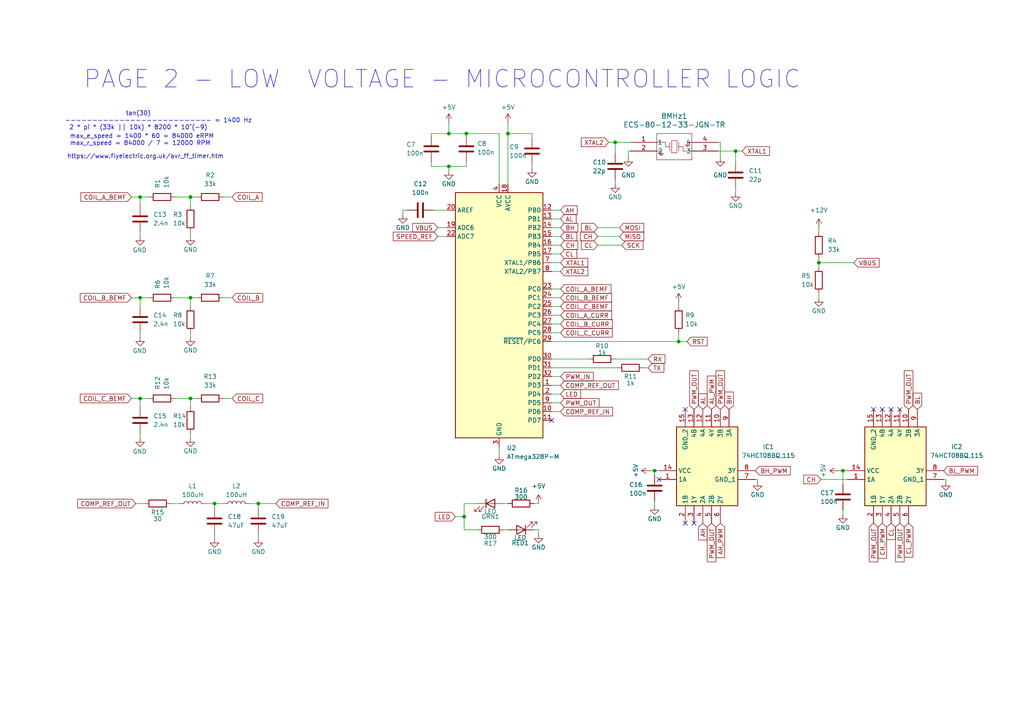
<source format=kicad_sch>
(kicad_sch (version 20231120) (generator "eeschema") (generator_version "8.0")
  (paper "A4")
  (lib_symbols
    (symbol "74HCT08BQ_115:74HCT08BQ,115"
      (property "Reference" "IC" (at 24.13 17.78 0))
      (property "Value" "74HCT08BQ,115" (at 24.13 15.24 0))
      (symbol "74HCT08BQ,115_1_1"
        (rectangle (start 5.08 12.7) (end 22.86 -10.16) (stroke (width 0.254)) (fill (type background)))
        (pin passive line (at 0 -2.54 0) (length 5.08) (name "1A") (number "1"))
        (pin passive line (at 17.78 17.78 270) (length 5.08) (name "3B") (number "10"))
        (pin passive line (at 15.24 17.78 270) (length 5.08) (name "4Y") (number "11"))
        (pin passive line (at 12.7 17.78 270) (length 5.08) (name "4A") (number "12"))
        (pin passive line (at 10.16 17.78 270) (length 5.08) (name "4B") (number "13"))
        (pin passive line (at 0 0 0) (length 5.08) (name "VCC") (number "14"))
        (pin passive line (at 7.62 17.78 270) (length 5.08) (name "GND_2") (number "15"))
        (pin passive line (at 7.62 -15.24 90) (length 5.08) (name "1B") (number "2"))
        (pin passive line (at 10.16 -15.24 90) (length 5.08) (name "1Y") (number "3"))
        (pin passive line (at 12.7 -15.24 90) (length 5.08) (name "2A") (number "4"))
        (pin passive line (at 15.24 -15.24 90) (length 5.08) (name "2B") (number "5"))
        (pin passive line (at 17.78 -15.24 90) (length 5.08) (name "2Y") (number "6"))
        (pin passive line (at 27.94 -2.54 180) (length 5.08) (name "GND_1") (number "7"))
        (pin passive line (at 27.94 0 180) (length 5.08) (name "3Y") (number "8"))
        (pin passive line (at 20.32 17.78 270) (length 5.08) (name "3A") (number "9"))
      )
    )
    (symbol "Device:C" (pin_numbers hide) (pin_names (offset 0.254))
      (property "Reference" "C" (at 0.635 2.54 0))
      (property "Value" "C" (at 0.635 -2.54 0))
      (symbol "C_0_1"
        (polyline (pts (xy -2.032 -0.762) (xy 2.032 -0.762)) (stroke (width 0.508)))
        (polyline (pts (xy -2.032 0.762) (xy 2.032 0.762)) (stroke (width 0.508)))
      )
      (symbol "C_1_1"
        (pin passive line (at 0 3.81 270) (length 2.794) (name "~") (number "1"))
        (pin passive line (at 0 -3.81 90) (length 2.794) (name "~") (number "2"))
      )
    )
    (symbol "Device:L" (pin_numbers hide) (pin_names (offset 1.016) hide)
      (property "Reference" "L" (at -1.27 0 90))
      (property "Value" "L" (at 1.905 0 90))
      (symbol "L_0_1"
        (arc (start 0 -2.54) (mid 0.6323 -1.905) (end 0 -1.27))
        (arc (start 0 -1.27) (mid 0.6323 -0.635) (end 0 0))
        (arc (start 0 0) (mid 0.6323 0.635) (end 0 1.27))
        (arc (start 0 1.27) (mid 0.6323 1.905) (end 0 2.54))
      )
      (symbol "L_1_1"
        (pin passive line (at 0 3.81 270) (length 1.27) (name "1") (number "1"))
        (pin passive line (at 0 -3.81 90) (length 1.27) (name "2") (number "2"))
      )
    )
    (symbol "Device:LED" (pin_numbers hide) (pin_names (offset 1.016) hide)
      (property "Reference" "D" (at 0 2.54 0))
      (property "Value" "LED" (at 0 -2.54 0))
      (symbol "LED_0_1"
        (polyline (pts (xy -1.27 -1.27) (xy -1.27 1.27)) (stroke (width 0.254)))
        (polyline (pts (xy -1.27 0) (xy 1.27 0)))
        (polyline (pts (xy 1.27 -1.27) (xy 1.27 1.27) (xy -1.27 0) (xy 1.27 -1.27)) (stroke (width 0.254)))
        (polyline (pts (xy -3.048 -0.762) (xy -4.572 -2.286) (xy -3.81 -2.286) (xy -4.572 -2.286) (xy -4.572 -1.524)))
        (polyline (pts (xy -1.778 -0.762) (xy -3.302 -2.286) (xy -2.54 -2.286) (xy -3.302 -2.286) (xy -3.302 -1.524)))
      )
      (symbol "LED_1_1"
        (pin passive line (at -3.81 0 0) (length 2.54) (name "K") (number "1"))
        (pin passive line (at 3.81 0 180) (length 2.54) (name "A") (number "2"))
      )
    )
    (symbol "Device:R" (pin_numbers hide) (pin_names (offset 0))
      (property "Reference" "R" (at 2.032 0 90))
      (property "Value" "R" (at 0 0 90))
      (symbol "R_0_1"
        (rectangle (start -1.016 -2.54) (end 1.016 2.54) (stroke (width 0.254)))
      )
      (symbol "R_1_1"
        (pin passive line (at 0 3.81 270) (length 1.27) (name "~") (number "1"))
        (pin passive line (at 0 -3.81 90) (length 1.27) (name "~") (number "2"))
      )
    )
    (symbol "ECS-80-12-30BQ-JES-TR:ECS-80-12-30BQ-JES-TR" (pin_names (offset 0.254))
      (property "Reference" "XTAL" (at 12.7 7.62 0))
      (property "Value" "ECS-80-12-30BQ-JES-TR" (at 12.7 5.08 0))
      (symbol "ECS-80-12-30BQ-JES-TR_0_1"
        (polyline (pts (xy 7.62 -5.08) (xy 17.78 -5.08)) (stroke (width 0.127)))
        (polyline (pts (xy 7.62 -2.54) (xy 8.89 -2.54)) (stroke (width 0.127)))
        (polyline (pts (xy 7.62 2.54) (xy 7.62 -5.08)) (stroke (width 0.127)))
        (polyline (pts (xy 8.128 -3.302) (xy 9.652 -3.302)) (stroke (width 0.127)))
        (polyline (pts (xy 8.382 -3.556) (xy 9.398 -3.556)) (stroke (width 0.127)))
        (polyline (pts (xy 8.636 -3.81) (xy 9.144 -3.81)) (stroke (width 0.127)))
        (polyline (pts (xy 8.89 -2.54) (xy 8.89 -3.302)) (stroke (width 0.127)))
        (polyline (pts (xy 10.16 -1.27) (xy 10.16 0)) (stroke (width 0.127)))
        (polyline (pts (xy 10.16 0) (xy 7.62 0)) (stroke (width 0.127)))
        (polyline (pts (xy 11.43 -1.27) (xy 10.16 -1.27)) (stroke (width 0.127)))
        (polyline (pts (xy 11.43 0) (xy 11.43 -2.54)) (stroke (width 0.127)))
        (polyline (pts (xy 11.938 -3.048) (xy 13.462 -3.048)) (stroke (width 0.127)))
        (polyline (pts (xy 11.938 0.508) (xy 11.938 -3.048)) (stroke (width 0.127)))
        (polyline (pts (xy 13.462 -3.048) (xy 13.462 0.508)) (stroke (width 0.127)))
        (polyline (pts (xy 13.462 0.508) (xy 11.938 0.508)) (stroke (width 0.127)))
        (polyline (pts (xy 13.97 -1.27) (xy 15.24 -1.27)) (stroke (width 0.127)))
        (polyline (pts (xy 13.97 0) (xy 13.97 -2.54)) (stroke (width 0.127)))
        (polyline (pts (xy 15.24 -2.54) (xy 17.78 -2.54)) (stroke (width 0.127)))
        (polyline (pts (xy 15.24 -1.27) (xy 15.24 -2.54)) (stroke (width 0.127)))
        (polyline (pts (xy 16.51 0) (xy 16.51 -0.762)) (stroke (width 0.127)))
        (polyline (pts (xy 16.764 -1.27) (xy 16.256 -1.27)) (stroke (width 0.127)))
        (polyline (pts (xy 17.018 -1.016) (xy 16.002 -1.016)) (stroke (width 0.127)))
        (polyline (pts (xy 17.272 -0.762) (xy 15.748 -0.762)) (stroke (width 0.127)))
        (polyline (pts (xy 17.78 -5.08) (xy 17.78 2.54)) (stroke (width 0.127)))
        (polyline (pts (xy 17.78 0) (xy 16.51 0)) (stroke (width 0.127)))
        (polyline (pts (xy 17.78 2.54) (xy 7.62 2.54)) (stroke (width 0.127)))
        (pin output line (at 0 0 0) (length 7.62) (name "1") (number "1"))
        (pin power_out line (at 0 -2.54 0) (length 7.62) (name "2") (number "2"))
        (pin output line (at 25.4 -2.54 180) (length 7.62) (name "3") (number "3"))
        (pin power_out line (at 25.4 0 180) (length 7.62) (name "4") (number "4"))
      )
    )
    (symbol "MCU_Microchip_ATmega:ATmega328P-M"
      (property "Reference" "U" (at -12.7 36.83 0))
      (property "Value" "ATmega328P-M" (at 2.54 -36.83 0))
      (symbol "ATmega328P-M_0_1"
        (rectangle (start -12.7 -35.56) (end 12.7 35.56) (stroke (width 0.254)) (fill (type background)))
      )
      (symbol "ATmega328P-M_1_1"
        (pin bidirectional line (at 15.24 -20.32 180) (length 2.54) (name "PD3") (number "1"))
        (pin bidirectional line (at 15.24 -27.94 180) (length 2.54) (name "PD6") (number "10"))
        (pin bidirectional line (at 15.24 -30.48 180) (length 2.54) (name "PD7") (number "11"))
        (pin bidirectional line (at 15.24 30.48 180) (length 2.54) (name "PB0") (number "12"))
        (pin bidirectional line (at 15.24 27.94 180) (length 2.54) (name "PB1") (number "13"))
        (pin bidirectional line (at 15.24 25.4 180) (length 2.54) (name "PB2") (number "14"))
        (pin bidirectional line (at 15.24 22.86 180) (length 2.54) (name "PB3") (number "15"))
        (pin bidirectional line (at 15.24 20.32 180) (length 2.54) (name "PB4") (number "16"))
        (pin bidirectional line (at 15.24 17.78 180) (length 2.54) (name "PB5") (number "17"))
        (pin power_in line (at 2.54 38.1 270) (length 2.54) (name "AVCC") (number "18"))
        (pin input line (at -15.24 25.4 0) (length 2.54) (name "ADC6") (number "19"))
        (pin bidirectional line (at 15.24 -22.86 180) (length 2.54) (name "PD4") (number "2"))
        (pin passive line (at -15.24 30.48 0) (length 2.54) (name "AREF") (number "20"))
        (pin passive line (at 0 -38.1 90) (length 2.54) hide (name "GND") (number "21"))
        (pin input line (at -15.24 22.86 0) (length 2.54) (name "ADC7") (number "22"))
        (pin bidirectional line (at 15.24 7.62 180) (length 2.54) (name "PC0") (number "23"))
        (pin bidirectional line (at 15.24 5.08 180) (length 2.54) (name "PC1") (number "24"))
        (pin bidirectional line (at 15.24 2.54 180) (length 2.54) (name "PC2") (number "25"))
        (pin bidirectional line (at 15.24 0 180) (length 2.54) (name "PC3") (number "26"))
        (pin bidirectional line (at 15.24 -2.54 180) (length 2.54) (name "PC4") (number "27"))
        (pin bidirectional line (at 15.24 -5.08 180) (length 2.54) (name "PC5") (number "28"))
        (pin bidirectional line (at 15.24 -7.62 180) (length 2.54) (name "~{RESET}/PC6") (number "29"))
        (pin power_in line (at 0 -38.1 90) (length 2.54) (name "GND") (number "3"))
        (pin bidirectional line (at 15.24 -12.7 180) (length 2.54) (name "PD0") (number "30"))
        (pin bidirectional line (at 15.24 -15.24 180) (length 2.54) (name "PD1") (number "31"))
        (pin bidirectional line (at 15.24 -17.78 180) (length 2.54) (name "PD2") (number "32"))
        (pin passive line (at 0 -38.1 90) (length 2.54) hide (name "GND") (number "33"))
        (pin power_in line (at 0 38.1 270) (length 2.54) (name "VCC") (number "4"))
        (pin passive line (at 0 -38.1 90) (length 2.54) hide (name "GND") (number "5"))
        (pin passive line (at 0 38.1 270) (length 2.54) hide (name "VCC") (number "6"))
        (pin bidirectional line (at 15.24 15.24 180) (length 2.54) (name "XTAL1/PB6") (number "7"))
        (pin bidirectional line (at 15.24 12.7 180) (length 2.54) (name "XTAL2/PB7") (number "8"))
        (pin bidirectional line (at 15.24 -25.4 180) (length 2.54) (name "PD5") (number "9"))
      )
    )
    (symbol "power:+12V" (power) (pin_names (offset 0))
      (property "Value" "+12V" (at 0 3.556 0))
      (symbol "+12V_0_1"
        (polyline (pts (xy -0.762 1.27) (xy 0 2.54)))
        (polyline (pts (xy 0 0) (xy 0 2.54)))
        (polyline (pts (xy 0 2.54) (xy 0.762 1.27)))
      )
      (symbol "+12V_1_1"
        (pin power_in line (at 0 0 90) (length 0) hide (name "+12V") (number "1"))
      )
    )
    (symbol "power:+5V" (power) (pin_names (offset 0))
      (property "Value" "+5V" (at 0 3.556 0))
      (symbol "+5V_0_1"
        (polyline (pts (xy -0.762 1.27) (xy 0 2.54)))
        (polyline (pts (xy 0 0) (xy 0 2.54)))
        (polyline (pts (xy 0 2.54) (xy 0.762 1.27)))
      )
      (symbol "+5V_1_1"
        (pin power_in line (at 0 0 90) (length 0) hide (name "+5V") (number "1"))
      )
    )
    (symbol "power:GND" (power) (pin_names (offset 0))
      (property "Value" "GND" (at 0 -3.81 0))
      (symbol "GND_0_1"
        (polyline (pts (xy 0 0) (xy 0 -1.27) (xy 1.27 -1.27) (xy 0 -2.54) (xy -1.27 -1.27) (xy 0 -1.27)))
      )
      (symbol "GND_1_1"
        (pin power_in line (at 0 0 270) (length 0) hide (name "GND") (number "1"))
      )
    )
  )
  (junction (at 40.64 57.15))
  (junction (at 244.475 136.525))
  (junction (at 135.255 38.735))
  (junction (at 130.175 38.735))
  (junction (at 62.23 146.05))
  (junction (at 189.865 136.525))
  (junction (at 55.245 86.36))
  (junction (at 134.62 149.86))
  (junction (at 55.245 57.15))
  (junction (at 55.245 115.57))
  (junction (at 147.32 38.735))
  (junction (at 74.93 146.05))
  (junction (at 178.435 41.275))
  (junction (at 196.85 99.06))
  (junction (at 40.64 86.36))
  (junction (at 40.64 115.57))
  (junction (at 130.175 48.26))
  (junction (at 213.36 43.815))
  (junction (at 237.49 76.2))
  (no_connect (at 260.985 118.745))
  (no_connect (at 255.905 118.745))
  (no_connect (at 201.295 151.765))
  (no_connect (at 253.365 118.745))
  (no_connect (at 198.755 118.745))
  (no_connect (at 191.135 139.065))
  (no_connect (at 198.755 151.765))
  (no_connect (at 160.02 121.92))
  (no_connect (at 258.445 118.745))
  (wire (pts (xy 74.93 146.05) (xy 80.01 146.05)))
  (wire (pts (xy 50.8 57.15) (xy 55.245 57.15)))
  (wire (pts (xy 40.64 86.36) (xy 40.64 88.9)))
  (wire (pts (xy 160.02 71.12) (xy 162.56 71.12)))
  (wire (pts (xy 160.02 76.2) (xy 162.56 76.2)))
  (wire (pts (xy 40.64 115.57) (xy 40.64 118.11)))
  (wire (pts (xy 40.64 57.15) (xy 43.18 57.15)))
  (wire (pts (xy 39.37 146.05) (xy 41.91 146.05)))
  (wire (pts (xy 49.53 146.05) (xy 52.07 146.05)))
  (wire (pts (xy 160.02 88.9) (xy 162.56 88.9)))
  (wire (pts (xy 237.49 76.2) (xy 247.65 76.2)))
  (wire (pts (xy 55.245 125.73) (xy 55.245 127)))
  (wire (pts (xy 130.175 48.26) (xy 135.255 48.26)))
  (wire (pts (xy 160.02 83.82) (xy 162.56 83.82)))
  (wire (pts (xy 182.245 43.815) (xy 182.245 45.72)))
  (wire (pts (xy 40.64 86.36) (xy 43.18 86.36)))
  (wire (pts (xy 160.02 66.04) (xy 162.56 66.04)))
  (wire (pts (xy 176.53 41.275) (xy 178.435 41.275)))
  (wire (pts (xy 125.095 39.37) (xy 125.095 38.735)))
  (wire (pts (xy 273.685 139.065) (xy 274.32 139.065)))
  (wire (pts (xy 173.355 71.12) (xy 180.34 71.12)))
  (wire (pts (xy 178.435 41.275) (xy 178.435 44.45)))
  (wire (pts (xy 38.1 57.15) (xy 40.64 57.15)))
  (wire (pts (xy 135.255 46.99) (xy 135.255 48.26)))
  (wire (pts (xy 147.32 53.34) (xy 147.32 38.735)))
  (wire (pts (xy 55.245 115.57) (xy 55.245 118.11)))
  (wire (pts (xy 64.77 86.36) (xy 67.31 86.36)))
  (wire (pts (xy 162.56 114.3) (xy 160.02 114.3)))
  (wire (pts (xy 160.02 96.52) (xy 162.56 96.52)))
  (wire (pts (xy 189.865 137.795) (xy 189.865 136.525)))
  (wire (pts (xy 154.305 47.625) (xy 154.305 48.895)))
  (wire (pts (xy 173.355 66.04) (xy 179.705 66.04)))
  (wire (pts (xy 154.94 146.05) (xy 156.21 146.05)))
  (wire (pts (xy 62.23 156.21) (xy 62.23 154.94)))
  (wire (pts (xy 160.02 73.66) (xy 162.56 73.66)))
  (wire (pts (xy 50.8 115.57) (xy 55.245 115.57)))
  (wire (pts (xy 244.475 140.335) (xy 244.475 136.525)))
  (wire (pts (xy 135.255 38.735) (xy 144.78 38.735)))
  (wire (pts (xy 55.245 67.31) (xy 55.245 68.58)))
  (wire (pts (xy 147.32 38.735) (xy 154.305 38.735)))
  (wire (pts (xy 219.71 139.065) (xy 219.71 139.7)))
  (wire (pts (xy 196.85 87.63) (xy 196.85 88.9)))
  (wire (pts (xy 213.36 43.815) (xy 213.36 46.99)))
  (wire (pts (xy 147.32 38.735) (xy 147.32 35.56)))
  (wire (pts (xy 40.64 125.73) (xy 40.64 127)))
  (wire (pts (xy 50.8 86.36) (xy 55.245 86.36)))
  (wire (pts (xy 196.85 99.06) (xy 199.263 99.06)))
  (wire (pts (xy 173.355 68.58) (xy 179.705 68.58)))
  (wire (pts (xy 74.93 156.21) (xy 74.93 154.94)))
  (wire (pts (xy 238.125 139.065) (xy 245.745 139.065)))
  (wire (pts (xy 178.435 52.07) (xy 178.435 53.34)))
  (wire (pts (xy 146.05 153.67) (xy 147.32 153.67)))
  (wire (pts (xy 74.93 146.05) (xy 74.93 147.32)))
  (wire (pts (xy 116.84 60.96) (xy 116.84 62.23)))
  (wire (pts (xy 40.64 67.31) (xy 40.64 68.58)))
  (wire (pts (xy 55.245 57.15) (xy 55.245 59.69)))
  (wire (pts (xy 213.36 54.61) (xy 213.36 55.88)))
  (wire (pts (xy 64.77 115.57) (xy 67.31 115.57)))
  (wire (pts (xy 160.02 68.58) (xy 162.56 68.58)))
  (wire (pts (xy 55.245 86.36) (xy 57.15 86.36)))
  (wire (pts (xy 146.05 146.05) (xy 147.32 146.05)))
  (wire (pts (xy 244.475 147.955) (xy 244.475 149.225)))
  (wire (pts (xy 38.1 115.57) (xy 40.64 115.57)))
  (wire (pts (xy 134.62 149.86) (xy 134.62 146.05)))
  (wire (pts (xy 186.69 106.68) (xy 187.96 106.68)))
  (wire (pts (xy 160.02 91.44) (xy 162.56 91.44)))
  (wire (pts (xy 160.02 60.96) (xy 162.56 60.96)))
  (wire (pts (xy 38.1 86.36) (xy 40.64 86.36)))
  (wire (pts (xy 144.78 129.54) (xy 144.78 132.08)))
  (wire (pts (xy 125.095 38.735) (xy 130.175 38.735)))
  (wire (pts (xy 64.77 146.05) (xy 62.23 146.05)))
  (wire (pts (xy 55.245 115.57) (xy 57.15 115.57)))
  (wire (pts (xy 154.94 153.67) (xy 156.21 153.67)))
  (wire (pts (xy 208.28 43.815) (xy 213.36 43.815)))
  (wire (pts (xy 64.77 57.15) (xy 67.31 57.15)))
  (wire (pts (xy 130.175 48.26) (xy 130.175 49.53)))
  (wire (pts (xy 208.915 41.275) (xy 208.915 45.72)))
  (wire (pts (xy 237.49 76.2) (xy 237.49 77.47)))
  (wire (pts (xy 134.62 149.86) (xy 134.62 153.67)))
  (wire (pts (xy 55.245 57.15) (xy 57.15 57.15)))
  (wire (pts (xy 178.435 104.14) (xy 187.96 104.14)))
  (wire (pts (xy 237.49 66.04) (xy 237.49 67.31)))
  (wire (pts (xy 59.69 146.05) (xy 62.23 146.05)))
  (wire (pts (xy 160.02 86.36) (xy 162.56 86.36)))
  (wire (pts (xy 237.49 85.09) (xy 237.49 86.36)))
  (wire (pts (xy 125.095 48.26) (xy 130.175 48.26)))
  (wire (pts (xy 55.245 86.36) (xy 55.245 88.9)))
  (wire (pts (xy 182.88 43.815) (xy 182.245 43.815)))
  (wire (pts (xy 160.02 119.38) (xy 162.56 119.38)))
  (wire (pts (xy 189.865 145.415) (xy 189.865 146.685)))
  (wire (pts (xy 125.095 46.99) (xy 125.095 48.26)))
  (wire (pts (xy 156.21 153.67) (xy 156.21 154.94)))
  (wire (pts (xy 160.02 111.76) (xy 162.56 111.76)))
  (wire (pts (xy 125.73 60.96) (xy 129.54 60.96)))
  (wire (pts (xy 130.175 38.735) (xy 135.255 38.735)))
  (wire (pts (xy 40.64 96.52) (xy 40.64 97.79)))
  (wire (pts (xy 160.02 93.98) (xy 162.56 93.98)))
  (wire (pts (xy 160.02 78.74) (xy 162.56 78.74)))
  (wire (pts (xy 160.02 99.06) (xy 196.85 99.06)))
  (wire (pts (xy 213.36 43.815) (xy 215.265 43.815)))
  (wire (pts (xy 160.02 106.68) (xy 179.07 106.68)))
  (wire (pts (xy 144.78 38.735) (xy 144.78 53.34)))
  (wire (pts (xy 178.435 41.275) (xy 182.88 41.275)))
  (wire (pts (xy 72.39 146.05) (xy 74.93 146.05)))
  (wire (pts (xy 160.02 63.5) (xy 162.56 63.5)))
  (wire (pts (xy 208.28 41.275) (xy 208.915 41.275)))
  (wire (pts (xy 160.02 109.22) (xy 162.56 109.22)))
  (wire (pts (xy 243.205 136.525) (xy 244.475 136.525)))
  (wire (pts (xy 55.245 96.52) (xy 55.245 97.79)))
  (wire (pts (xy 130.175 38.735) (xy 130.175 35.56)))
  (wire (pts (xy 127 68.58) (xy 129.54 68.58)))
  (wire (pts (xy 237.49 74.93) (xy 237.49 76.2)))
  (wire (pts (xy 196.85 96.52) (xy 196.85 99.06)))
  (wire (pts (xy 116.84 60.96) (xy 118.11 60.96)))
  (wire (pts (xy 132.08 149.86) (xy 134.62 149.86)))
  (wire (pts (xy 40.64 57.15) (xy 40.64 59.69)))
  (wire (pts (xy 188.595 136.525) (xy 189.865 136.525)))
  (wire (pts (xy 134.62 146.05) (xy 138.43 146.05)))
  (wire (pts (xy 274.32 139.065) (xy 274.32 139.7)))
  (wire (pts (xy 135.255 39.37) (xy 135.255 38.735)))
  (wire (pts (xy 138.43 153.67) (xy 134.62 153.67)))
  (wire (pts (xy 244.475 136.525) (xy 245.745 136.525)))
  (wire (pts (xy 62.23 146.05) (xy 62.23 147.32)))
  (wire (pts (xy 160.02 104.14) (xy 170.815 104.14)))
  (wire (pts (xy 160.02 116.84) (xy 162.56 116.84)))
  (wire (pts (xy 40.64 115.57) (xy 43.18 115.57)))
  (wire (pts (xy 154.305 38.735) (xy 154.305 40.005)))
  (wire (pts (xy 219.075 139.065) (xy 219.71 139.065)))
  (wire (pts (xy 189.865 136.525) (xy 191.135 136.525)))
  (wire (pts (xy 127 66.04) (xy 129.54 66.04)))
  (text "https://www.flyelectric.org.uk/avr_ff_timer.htm" (at 42.164 45.466 0) (effects (font (size 1.27 1.27))))
  (text "tan(30)\n            --------------------------- = 1400 Hz\n2 * pi * (33k || 10k) * 8200 * 10^(-9)" (at 40.132 35.052 0) (effects (font (size 1.27 1.27))))
  (text "max_e_speed = 1400 * 60 = 84000 eRPM\n max_r_speed = 84000 / 7 = 12000 RPM  " (at 41.148 40.64 0) (effects (font (size 1.27 1.27))))
  (text "PAGE 2 - LOW  VOLTAGE - MICROCONTROLLER LOGIC\n" (at 24.13 23.114 0) (effects (font (size 5.08 5.08)) (justify left)))
  (global_label "XTAL1" (shape input) (at 215.265 43.815 0) (property "Intersheetrefs" "${INTERSHEET_REFS}" (effects (hide yes))))
  (global_label "COIL_C_BEMF" (shape input) (at 38.1 115.57 180) (property "Intersheetrefs" "${INTERSHEET_REFS}" (effects (hide yes))))
  (global_label "COIL_A_CURR" (shape input) (at 162.56 91.44 0) (property "Intersheetrefs" "${INTERSHEET_REFS}" (effects (hide yes))))
  (global_label "CH" (shape input) (at 238.125 139.065 180) (property "Intersheetrefs" "${INTERSHEET_REFS}" (effects (hide yes))))
  (global_label "PWM_IN" (shape input) (at 162.56 109.22 0) (property "Intersheetrefs" "${INTERSHEET_REFS}" (effects (hide yes))))
  (global_label "VBUS" (shape input) (at 247.65 76.2 0) (property "Intersheetrefs" "${INTERSHEET_REFS}" (effects (hide yes))))
  (global_label "MISO" (shape input) (at 179.705 68.58 0) (property "Intersheetrefs" "${INTERSHEET_REFS}" (effects (hide yes))))
  (global_label "LED" (shape input) (at 162.56 114.3 0) (property "Intersheetrefs" "${INTERSHEET_REFS}" (effects (hide yes))))
  (global_label "COIL_B_BEMF" (shape input) (at 162.56 86.36 0) (property "Intersheetrefs" "${INTERSHEET_REFS}" (effects (hide yes))))
  (global_label "AH" (shape input) (at 203.835 151.765 270) (property "Intersheetrefs" "${INTERSHEET_REFS}" (effects (hide yes))))
  (global_label "AL_PWM" (shape input) (at 206.375 118.745 90) (property "Intersheetrefs" "${INTERSHEET_REFS}" (effects (hide yes))))
  (global_label "CL_PWM" (shape input) (at 263.525 151.765 270) (property "Intersheetrefs" "${INTERSHEET_REFS}" (effects (hide yes))))
  (global_label "COIL_C" (shape input) (at 67.31 115.57 0) (property "Intersheetrefs" "${INTERSHEET_REFS}" (effects (hide yes))))
  (global_label "XTAL2" (shape input) (at 176.53 41.275 180) (property "Intersheetrefs" "${INTERSHEET_REFS}" (effects (hide yes))))
  (global_label "CL" (shape input) (at 173.355 71.12 180) (property "Intersheetrefs" "${INTERSHEET_REFS}" (effects (hide yes))))
  (global_label "PWM_OUT" (shape input) (at 263.525 118.745 90) (property "Intersheetrefs" "${INTERSHEET_REFS}" (effects (hide yes))))
  (global_label "COMP_REF_IN" (shape input) (at 80.01 146.05 0) (property "Intersheetrefs" "${INTERSHEET_REFS}" (effects (hide yes))))
  (global_label "COMP_REF_OUT" (shape input) (at 39.37 146.05 180) (property "Intersheetrefs" "${INTERSHEET_REFS}" (effects (hide yes))))
  (global_label "COIL_B" (shape input) (at 67.31 86.36 0) (property "Intersheetrefs" "${INTERSHEET_REFS}" (effects (hide yes))))
  (global_label "XTAL1" (shape input) (at 162.56 76.2 0) (property "Intersheetrefs" "${INTERSHEET_REFS}" (effects (hide yes))))
  (global_label "PWM_OUT" (shape input) (at 208.915 118.745 90) (property "Intersheetrefs" "${INTERSHEET_REFS}" (effects (hide yes))))
  (global_label "BL" (shape input) (at 173.355 66.04 180) (property "Intersheetrefs" "${INTERSHEET_REFS}" (effects (hide yes))))
  (global_label "COIL_A_BEMF" (shape input) (at 162.56 83.82 0) (property "Intersheetrefs" "${INTERSHEET_REFS}" (effects (hide yes))))
  (global_label "COMP_REF_IN" (shape input) (at 162.56 119.38 0) (property "Intersheetrefs" "${INTERSHEET_REFS}" (effects (hide yes))))
  (global_label "CH" (shape input) (at 162.56 71.12 0) (property "Intersheetrefs" "${INTERSHEET_REFS}" (effects (hide yes))))
  (global_label "BL" (shape input) (at 266.065 118.745 90) (property "Intersheetrefs" "${INTERSHEET_REFS}" (effects (hide yes))))
  (global_label "SPEED_REF" (shape input) (at 127 68.58 180) (property "Intersheetrefs" "${INTERSHEET_REFS}" (effects (hide yes))))
  (global_label "CL" (shape input) (at 162.56 73.66 0) (property "Intersheetrefs" "${INTERSHEET_REFS}" (effects (hide yes))))
  (global_label "XTAL2" (shape input) (at 162.56 78.74 0) (property "Intersheetrefs" "${INTERSHEET_REFS}" (effects (hide yes))))
  (global_label "SCK" (shape input) (at 180.34 71.12 0) (property "Intersheetrefs" "${INTERSHEET_REFS}" (effects (hide yes))))
  (global_label "CL" (shape input) (at 258.445 151.765 270) (property "Intersheetrefs" "${INTERSHEET_REFS}" (effects (hide yes))))
  (global_label "AH" (shape input) (at 162.56 60.96 0) (property "Intersheetrefs" "${INTERSHEET_REFS}" (effects (hide yes))))
  (global_label "PWM_OUT" (shape input) (at 162.56 116.84 0) (property "Intersheetrefs" "${INTERSHEET_REFS}" (effects (hide yes))))
  (global_label "AL" (shape input) (at 162.56 63.5 0) (property "Intersheetrefs" "${INTERSHEET_REFS}" (effects (hide yes))))
  (global_label "COIL_C_CURR" (shape input) (at 162.56 96.52 0) (property "Intersheetrefs" "${INTERSHEET_REFS}" (effects (hide yes))))
  (global_label "AL" (shape input) (at 203.835 118.745 90) (property "Intersheetrefs" "${INTERSHEET_REFS}" (effects (hide yes))))
  (global_label "RX" (shape input) (at 187.96 104.14 0) (property "Intersheetrefs" "${INTERSHEET_REFS}" (effects (hide yes))))
  (global_label "COIL_B_CURR" (shape input) (at 162.56 93.98 0) (property "Intersheetrefs" "${INTERSHEET_REFS}" (effects (hide yes))))
  (global_label "RST" (shape input) (at 199.263 99.06 0) (property "Intersheetrefs" "${INTERSHEET_REFS}" (effects (hide yes))))
  (global_label "CH_PWM" (shape input) (at 255.905 151.765 270) (property "Intersheetrefs" "${INTERSHEET_REFS}" (effects (hide yes))))
  (global_label "LED" (shape input) (at 132.08 149.86 180) (property "Intersheetrefs" "${INTERSHEET_REFS}" (effects (hide yes))))
  (global_label "COIL_B_BEMF" (shape input) (at 38.1 86.36 180) (property "Intersheetrefs" "${INTERSHEET_REFS}" (effects (hide yes))))
  (global_label "PWM_OUT" (shape input) (at 201.295 118.745 90) (property "Intersheetrefs" "${INTERSHEET_REFS}" (effects (hide yes))))
  (global_label "PWM_OUT" (shape input) (at 206.375 151.765 270) (property "Intersheetrefs" "${INTERSHEET_REFS}" (effects (hide yes))))
  (global_label "PWM_OUT" (shape input) (at 253.365 151.765 270) (property "Intersheetrefs" "${INTERSHEET_REFS}" (effects (hide yes))))
  (global_label "BH" (shape input) (at 162.56 66.04 0) (property "Intersheetrefs" "${INTERSHEET_REFS}" (effects (hide yes))))
  (global_label "COIL_C_BEMF" (shape input) (at 162.56 88.9 0) (property "Intersheetrefs" "${INTERSHEET_REFS}" (effects (hide yes))))
  (global_label "COIL_A_BEMF" (shape input) (at 38.1 57.15 180) (property "Intersheetrefs" "${INTERSHEET_REFS}" (effects (hide yes))))
  (global_label "CH" (shape input) (at 173.355 68.58 180) (property "Intersheetrefs" "${INTERSHEET_REFS}" (effects (hide yes))))
  (global_label "PWM_OUT" (shape input) (at 260.985 151.765 270) (property "Intersheetrefs" "${INTERSHEET_REFS}" (effects (hide yes))))
  (global_label "VBUS" (shape input) (at 127 66.04 180) (property "Intersheetrefs" "${INTERSHEET_REFS}" (effects (hide yes))))
  (global_label "COMP_REF_OUT" (shape input) (at 162.56 111.76 0) (property "Intersheetrefs" "${INTERSHEET_REFS}" (effects (hide yes))))
  (global_label "BL_PWM" (shape input) (at 273.685 136.525 0) (property "Intersheetrefs" "${INTERSHEET_REFS}" (effects (hide yes))))
  (global_label "BH" (shape input) (at 211.455 118.745 90) (property "Intersheetrefs" "${INTERSHEET_REFS}" (effects (hide yes))))
  (global_label "COIL_A" (shape input) (at 67.31 57.15 0) (property "Intersheetrefs" "${INTERSHEET_REFS}" (effects (hide yes))))
  (global_label "BH_PWM" (shape input) (at 219.075 136.525 0) (property "Intersheetrefs" "${INTERSHEET_REFS}" (effects (hide yes))))
  (global_label "BL" (shape input) (at 162.56 68.58 0) (property "Intersheetrefs" "${INTERSHEET_REFS}" (effects (hide yes))))
  (global_label "MOSI" (shape input) (at 179.705 66.04 0) (property "Intersheetrefs" "${INTERSHEET_REFS}" (effects (hide yes))))
  (global_label "AH_PWM" (shape input) (at 208.915 151.765 270) (property "Intersheetrefs" "${INTERSHEET_REFS}" (effects (hide yes))))
  (global_label "TX" (shape input) (at 187.96 106.68 0) (property "Intersheetrefs" "${INTERSHEET_REFS}" (effects (hide yes))))
  (symbol (lib_id "Device:C") (at 62.23 151.13 180) (unit 1)
    (property "Reference" "C18" (at 66.04 149.8599 0) (effects (justify right)))
    (property "Value" "47uF" (at 66.04 152.3999 0) (effects (justify right)))
    (property "Footprint" "Capacitor_SMD:C_0805_2012Metric" (effects (hide yes)))
  )
  (symbol (lib_id "power:GND") (at 144.78 132.08 0) (unit 1)
    (property "Reference" "#PWR035" (effects (hide yes)))
    (property "Value" "GND" (at 144.78 135.89 0))
  )
  (symbol (lib_id "power:GND") (at 189.865 146.685 0) (unit 1)
    (property "Reference" "#PWR041" (effects (hide yes)))
    (property "Value" "GND" (at 189.865 150.495 0))
  )
  (symbol (lib_id "Device:LED") (at 151.13 153.67 180) (unit 1)
    (property "Reference" "RED1" (at 150.876 157.48 0))
    (property "Value" "LED" (at 150.876 155.956 0))
    (property "Footprint" "LED_SMD:LED_0603_1608Metric" (effects (hide yes)))
    (property "Description" "Light emitting diode" (effects (hide yes)))
  )
  (symbol (lib_id "Device:R") (at 55.245 121.92 180) (unit 1)
    (property "Reference" "R14" (at 50.165 120.65 0) (effects (justify right)))
    (property "Value" "10k" (at 50.165 123.19 0) (effects (justify right)))
    (property "Footprint" "Resistor_SMD:R_0402_1005Metric" (effects (hide yes)))
  )
  (symbol (lib_id "Device:C") (at 189.865 141.605 180) (unit 1)
    (property "Reference" "C16" (at 182.499 140.589 0) (effects (justify right)))
    (property "Value" "100n" (at 182.499 143.129 0) (effects (justify right)))
    (property "Footprint" "Capacitor_SMD:C_0603_1608Metric" (effects (hide yes)))
  )
  (symbol (lib_id "Device:C") (at 135.255 43.18 180) (unit 1)
    (property "Reference" "C8" (at 138.43 41.656 0) (effects (justify right)))
    (property "Value" "100n" (at 138.43 44.196 0) (effects (justify right)))
    (property "Footprint" "Capacitor_SMD:C_0603_1608Metric" (effects (hide yes)))
  )
  (symbol (lib_id "power:GND") (at 156.21 154.94 0) (unit 1)
    (property "Reference" "#PWR043" (effects (hide yes)))
    (property "Value" "GND" (at 156.21 158.75 0))
  )
  (symbol (lib_id "Device:R") (at 174.625 104.14 270) (unit 1)
    (property "Reference" "R10" (at 174.625 100.33 90))
    (property "Value" "1k" (at 174.625 102.235 90))
    (property "Footprint" "Resistor_SMD:R_0402_1005Metric" (effects (hide yes)))
  )
  (symbol (lib_id "Device:R") (at 182.88 106.68 270) (unit 1)
    (property "Reference" "R11" (at 182.88 109.22 90))
    (property "Value" "1k" (at 182.88 111.125 90))
    (property "Footprint" "Resistor_SMD:R_0402_1005Metric" (effects (hide yes)))
  )
  (symbol (lib_id "Device:C") (at 40.64 92.71 180) (unit 1)
    (property "Reference" "C14" (at 44.45 91.4399 0) (effects (justify right)))
    (property "Value" "2.4n" (at 44.45 93.9799 0) (effects (justify right)))
    (property "Footprint" "Capacitor_SMD:C_0402_1005Metric" (effects (hide yes)))
  )
  (symbol (lib_id "Device:R") (at 45.72 146.05 270) (unit 1)
    (property "Reference" "R15" (at 45.72 148.59 90))
    (property "Value" "30" (at 45.72 150.495 90))
    (property "Footprint" "Resistor_SMD:R_0402_1005Metric" (effects (hide yes)))
  )
  (symbol (lib_id "power:GND") (at 219.71 139.7 0) (unit 1)
    (property "Reference" "#PWR038" (effects (hide yes)))
    (property "Value" "GND" (at 219.71 143.51 0))
  )
  (symbol (lib_id "power:GND") (at 55.245 97.79 0) (unit 1)
    (property "Reference" "#PWR032" (effects (hide yes)))
    (property "Value" "GND" (at 55.245 101.6 0))
  )
  (symbol (lib_id "74HCT08BQ_115:74HCT08BQ,115") (at 191.135 136.525 0) (unit 1)
    (property "Reference" "IC1" (at 222.885 129.5969 0))
    (property "Value" "74HCT08BQ,115" (at 222.885 132.1369 0))
    (property "Footprint" "74HCT08BQ115:74HCT08BQ115" (effects (hide yes)))
    (property "Datasheet" "https://assets.nexperia.com/documents/data-sheet/74HC_HCT08.pdf" (effects (hide yes)))
    (property "Height" "1" (effects (hide yes)))
    (property "Mouser Part Number" "771-HCT08BQ115" (effects (hide yes)))
    (property "Mouser Price/Stock" "https://www.mouser.co.uk/ProductDetail/Nexperia/74HCT08BQ115?qs=P62ublwmbi8dqK72P265Rw%3D%3D" (effects (hide yes)))
    (property "Manufacturer_Name" "Nexperia" (effects (hide yes)))
    (property "Manufacturer_Part_Number" "74HCT08BQ,115" (effects (hide yes)))
  )
  (symbol (lib_id "Device:C") (at 125.095 43.18 180) (unit 1)
    (property "Reference" "C7" (at 117.856 41.91 0) (effects (justify right)))
    (property "Value" "100n" (at 117.856 44.45 0) (effects (justify right)))
    (property "Footprint" "Capacitor_SMD:C_0603_1608Metric" (effects (hide yes)))
  )
  (symbol (lib_id "power:GND") (at 237.49 86.36 0) (unit 1)
    (property "Reference" "#PWR029" (effects (hide yes)))
    (property "Value" "GND" (at 237.49 90.17 0))
  )
  (symbol (lib_id "Device:C") (at 178.435 48.26 180) (unit 1)
    (property "Reference" "C10" (at 171.8818 47.0662 0) (effects (justify right)))
    (property "Value" "22p" (at 171.8818 49.6062 0) (effects (justify right)))
    (property "Footprint" "Capacitor_SMD:C_0402_1005Metric" (effects (hide yes)))
  )
  (symbol (lib_id "power:+5V") (at 243.205 136.525 90) (unit 1)
    (property "Reference" "#PWR037" (effects (hide yes)))
    (property "Value" "+5V" (at 238.76 136.525 0))
  )
  (symbol (lib_id "Device:C") (at 244.475 144.145 180) (unit 1)
    (property "Reference" "C17" (at 237.9218 142.9512 0) (effects (justify right)))
    (property "Value" "100n" (at 237.9218 145.4912 0) (effects (justify right)))
    (property "Footprint" "Capacitor_SMD:C_0603_1608Metric" (effects (hide yes)))
  )
  (symbol (lib_id "Device:R") (at 60.96 115.57 90) (unit 1)
    (property "Reference" "R13" (at 60.96 109.22 90))
    (property "Value" "33k" (at 60.96 111.76 90))
    (property "Footprint" "Resistor_SMD:R_0402_1005Metric" (effects (hide yes)))
  )
  (symbol (lib_id "Device:L") (at 68.58 146.05 90) (unit 1)
    (property "Reference" "L2" (at 68.58 140.97 90))
    (property "Value" "100uH" (at 68.58 143.51 90))
    (property "Footprint" "Inductor_SMD:L_0805_2012Metric" (effects (hide yes)))
    (property "Description" "Inductor" (effects (hide yes)))
  )
  (symbol (lib_id "Device:R") (at 60.96 86.36 90) (unit 1)
    (property "Reference" "R7" (at 60.96 80.01 90))
    (property "Value" "33k" (at 60.96 82.55 90))
    (property "Footprint" "Resistor_SMD:R_0402_1005Metric" (effects (hide yes)))
  )
  (symbol (lib_id "power:GND") (at 274.32 139.7 0) (unit 1)
    (property "Reference" "#PWR039" (effects (hide yes)))
    (property "Value" "GND" (at 274.32 143.51 0))
  )
  (symbol (lib_id "Device:R") (at 196.85 92.71 0) (unit 1)
    (property "Reference" "R9" (at 198.755 91.44 0) (effects (justify left)))
    (property "Value" "10k" (at 198.755 93.98 0) (effects (justify left)))
    (property "Footprint" "Resistor_SMD:R_0402_1005Metric" (effects (hide yes)))
  )
  (symbol (lib_id "Device:R") (at 60.96 57.15 90) (unit 1)
    (property "Reference" "R2" (at 60.96 50.8 90))
    (property "Value" "33k" (at 60.96 53.34 90))
    (property "Footprint" "Resistor_SMD:R_0402_1005Metric" (effects (hide yes)))
  )
  (symbol (lib_id "Device:C") (at 40.64 121.92 180) (unit 1)
    (property "Reference" "C15" (at 44.45 120.6499 0) (effects (justify right)))
    (property "Value" "2.4n" (at 44.45 123.1899 0) (effects (justify right)))
    (property "Footprint" "Capacitor_SMD:C_0402_1005Metric" (effects (hide yes)))
  )
  (symbol (lib_id "Device:L") (at 55.88 146.05 90) (unit 1)
    (property "Reference" "L1" (at 55.88 140.97 90))
    (property "Value" "100uH" (at 55.88 143.51 90))
    (property "Footprint" "Inductor_SMD:L_0805_2012Metric" (effects (hide yes)))
    (property "Description" "Inductor" (effects (hide yes)))
  )
  (symbol (lib_id "power:+5V") (at 188.595 136.525 90) (unit 1)
    (property "Reference" "#PWR036" (effects (hide yes)))
    (property "Value" "+5V" (at 184.353 136.525 0))
  )
  (symbol (lib_id "Device:R") (at 46.99 115.57 270) (unit 1)
    (property "Reference" "R12" (at 45.72 113.03 0) (effects (justify right)))
    (property "Value" "10k" (at 48.26 113.03 0) (effects (justify right)))
    (property "Footprint" "Resistor_SMD:R_0402_1005Metric" (effects (hide yes)))
  )
  (symbol (lib_id "Device:C") (at 74.93 151.13 180) (unit 1)
    (property "Reference" "C19" (at 78.74 149.8599 0) (effects (justify right)))
    (property "Value" "47uF" (at 78.74 152.3999 0) (effects (justify right)))
    (property "Footprint" "Capacitor_SMD:C_0805_2012Metric" (effects (hide yes)))
  )
  (symbol (lib_id "power:GND") (at 182.245 45.72 0) (unit 1)
    (property "Reference" "#PWR019" (effects (hide yes)))
    (property "Value" "GND" (at 182.245 50.8 0))
  )
  (symbol (lib_id "Device:C") (at 121.92 60.96 90) (unit 1)
    (property "Reference" "C12" (at 121.92 53.34 90))
    (property "Value" "100n" (at 121.92 55.88 90))
    (property "Footprint" "Capacitor_SMD:C_0402_1005Metric" (effects (hide yes)))
  )
  (symbol (lib_id "power:GND") (at 40.64 68.58 0) (mirror y) (unit 1)
    (property "Reference" "#PWR027" (effects (hide yes)))
    (property "Value" "GND" (at 40.513 72.517 0))
  )
  (symbol (lib_id "power:GND") (at 178.435 53.34 0) (unit 1)
    (property "Reference" "#PWR023" (effects (hide yes)))
    (property "Value" "GND" (at 178.435 57.15 0))
  )
  (symbol (lib_id "power:+12V") (at 237.49 66.04 0) (unit 1)
    (property "Reference" "#PWR026" (effects (hide yes)))
    (property "Value" "+12V" (at 237.49 60.96 0))
  )
  (symbol (lib_id "MCU_Microchip_ATmega:ATmega328P-M") (at 144.78 91.44 0) (unit 1)
    (property "Reference" "U2" (at 146.9741 129.921 0) (effects (justify left)))
    (property "Value" "ATmega328P-M" (at 146.9741 132.461 0) (effects (justify left)))
    (property "Footprint" "Package_DFN_QFN:QFN-32-1EP_5x5mm_P0.5mm_EP3.1x3.1mm" (effects (hide yes)))
    (property "Datasheet" "http://ww1.microchip.com/downloads/en/DeviceDoc/ATmega328_P%20AVR%20MCU%20with%20picoPower%20Technology%20Data%20Sheet%2040001984A.pdf" (effects (hide yes)))
  )
  (symbol (lib_id "power:+5V") (at 147.32 35.56 0) (unit 1)
    (property "Reference" "#PWR018" (effects (hide yes)))
    (property "Value" "+5V" (at 147.32 31.115 0))
  )
  (symbol (lib_id "Device:R") (at 142.24 153.67 90) (unit 1)
    (property "Reference" "R17" (at 142.24 157.607 90))
    (property "Value" "300" (at 142.24 155.702 90))
    (property "Footprint" "Resistor_SMD:R_0402_1005Metric" (effects (hide yes)))
  )
  (symbol (lib_id "Device:C") (at 40.64 63.5 180) (unit 1)
    (property "Reference" "C13" (at 44.45 62.2299 0) (effects (justify right)))
    (property "Value" "2.4n" (at 44.45 64.7699 0) (effects (justify right)))
    (property "Footprint" "Capacitor_SMD:C_0402_1005Metric" (effects (hide yes)))
  )
  (symbol (lib_id "Device:LED") (at 142.24 146.05 0) (unit 1)
    (property "Reference" "GRN1" (at 142.24 149.86 0))
    (property "Value" "LED" (at 142.1765 148.336 0))
    (property "Footprint" "LED_SMD:LED_0603_1608Metric" (effects (hide yes)))
    (property "Description" "Light emitting diode" (effects (hide yes)))
  )
  (symbol (lib_id "power:+5V") (at 130.175 35.56 0) (unit 1)
    (property "Reference" "#PWR017" (effects (hide yes)))
    (property "Value" "+5V" (at 130.175 31.115 0))
  )
  (symbol (lib_id "Device:R") (at 46.99 57.15 270) (unit 1)
    (property "Reference" "R1" (at 45.72 54.61 0) (effects (justify right)))
    (property "Value" "10k" (at 48.26 54.61 0) (effects (justify right)))
    (property "Footprint" "Resistor_SMD:R_0402_1005Metric" (effects (hide yes)))
  )
  (symbol (lib_id "power:+5V") (at 196.85 87.63 0) (unit 1)
    (property "Reference" "#PWR030" (effects (hide yes)))
    (property "Value" "+5V" (at 196.85 83.185 0))
  )
  (symbol (lib_id "Device:R") (at 46.99 86.36 270) (unit 1)
    (property "Reference" "R6" (at 45.72 83.82 0) (effects (justify right)))
    (property "Value" "10k" (at 48.26 83.82 0) (effects (justify right)))
    (property "Footprint" "Resistor_SMD:R_0402_1005Metric" (effects (hide yes)))
  )
  (symbol (lib_id "Device:R") (at 55.245 92.71 180) (unit 1)
    (property "Reference" "R8" (at 50.165 91.44 0) (effects (justify right)))
    (property "Value" "10k" (at 50.165 93.98 0) (effects (justify right)))
    (property "Footprint" "Resistor_SMD:R_0402_1005Metric" (effects (hide yes)))
  )
  (symbol (lib_id "power:GND") (at 62.23 156.21 0) (unit 1)
    (property "Reference" "#PWR044" (effects (hide yes)))
    (property "Value" "GND" (at 62.23 160.02 0))
  )
  (symbol (lib_id "power:GND") (at 40.64 97.79 0) (mirror y) (unit 1)
    (property "Reference" "#PWR031" (effects (hide yes)))
    (property "Value" "GND" (at 40.513 101.727 0))
  )
  (symbol (lib_id "Device:C") (at 213.36 50.8 180) (unit 1)
    (property "Reference" "C11" (at 217.17 49.53 0) (effects (justify right)))
    (property "Value" "22p" (at 217.17 52.07 0) (effects (justify right)))
    (property "Footprint" "Capacitor_SMD:C_0402_1005Metric" (effects (hide yes)))
  )
  (symbol (lib_id "Device:R") (at 151.13 146.05 270) (unit 1)
    (property "Reference" "R16" (at 151.13 142.24 90))
    (property "Value" "300" (at 151.13 144.145 90))
    (property "Footprint" "Resistor_SMD:R_0402_1005Metric" (effects (hide yes)))
  )
  (symbol (lib_id "power:GND") (at 55.245 127 0) (unit 1)
    (property "Reference" "#PWR034" (effects (hide yes)))
    (property "Value" "GND" (at 55.245 130.81 0))
  )
  (symbol (lib_id "power:GND") (at 55.245 68.58 0) (unit 1)
    (property "Reference" "#PWR028" (effects (hide yes)))
    (property "Value" "GND" (at 55.245 72.39 0))
  )
  (symbol (lib_id "Device:R") (at 55.245 63.5 180) (unit 1)
    (property "Reference" "R3" (at 50.165 62.23 0) (effects (justify right)))
    (property "Value" "10k" (at 50.165 64.77 0) (effects (justify right)))
    (property "Footprint" "Resistor_SMD:R_0402_1005Metric" (effects (hide yes)))
  )
  (symbol (lib_id "74HCT08BQ_115:74HCT08BQ,115") (at 245.745 136.525 0) (unit 1)
    (property "Reference" "IC2" (at 277.495 129.5969 0))
    (property "Value" "74HCT08BQ,115" (at 277.495 132.1369 0))
    (property "Footprint" "74HCT08BQ115:74HCT08BQ115" (effects (hide yes)))
    (property "Datasheet" "https://assets.nexperia.com/documents/data-sheet/74HC_HCT08.pdf" (effects (hide yes)))
    (property "Height" "1" (effects (hide yes)))
    (property "Mouser Part Number" "771-HCT08BQ115" (effects (hide yes)))
    (property "Mouser Price/Stock" "https://www.mouser.co.uk/ProductDetail/Nexperia/74HCT08BQ115?qs=P62ublwmbi8dqK72P265Rw%3D%3D" (effects (hide yes)))
    (property "Manufacturer_Name" "Nexperia" (effects (hide yes)))
    (property "Manufacturer_Part_Number" "74HCT08BQ,115" (effects (hide yes)))
  )
  (symbol (lib_id "power:GND") (at 40.64 127 0) (mirror y) (unit 1)
    (property "Reference" "#PWR033" (effects (hide yes)))
    (property "Value" "GND" (at 40.513 130.937 0))
  )
  (symbol (lib_id "ECS-80-12-30BQ-JES-TR:ECS-80-12-30BQ-JES-TR") (at 182.88 41.275 0) (unit 1)
    (property "Reference" "8MHz1" (at 195.58 33.655 0) (effects (font (size 1.524 1.524))))
    (property "Value" "ECS-80-12-33-JGN-TR" (at 195.58 36.195 0) (effects (font (size 1.524 1.524))))
    (property "Footprint" "Crystal:Crystal_SMD_3225-4Pin_3.2x2.5mm" (effects (hide yes)))
    (property "Datasheet" "ECS-80-12-30BQ-JES-TR" (effects (hide yes)))
  )
  (symbol (lib_id "Device:R") (at 237.49 71.12 180) (unit 1)
    (property "Reference" "R4" (at 240.03 69.8499 0) (effects (justify right)))
    (property "Value" "33k" (at 240.03 72.3899 0) (effects (justify right)))
    (property "Footprint" "Resistor_SMD:R_0402_1005Metric" (effects (hide yes)))
  )
  (symbol (lib_id "power:GND") (at 74.93 156.21 0) (unit 1)
    (property "Reference" "#PWR045" (effects (hide yes)))
    (property "Value" "GND" (at 74.93 160.02 0))
  )
  (symbol (lib_id "power:+5V") (at 156.21 146.05 0) (unit 1)
    (property "Reference" "#PWR040" (effects (hide yes)))
    (property "Value" "+5V" (at 156.21 140.97 0))
  )
  (symbol (lib_id "Device:C") (at 154.305 43.815 180) (unit 1)
    (property "Reference" "C9" (at 147.7518 42.6212 0) (effects (justify right)))
    (property "Value" "100n" (at 147.7518 45.1612 0) (effects (justify right)))
    (property "Footprint" "Capacitor_SMD:C_0603_1608Metric" (effects (hide yes)))
  )
  (symbol (lib_id "power:GND") (at 208.915 45.72 0) (unit 1)
    (property "Reference" "#PWR020" (effects (hide yes)))
    (property "Value" "GND" (at 208.915 50.8 0))
  )
  (symbol (lib_id "power:GND") (at 130.175 49.53 0) (unit 1)
    (property "Reference" "#PWR022" (effects (hide yes)))
    (property "Value" "GND" (at 130.175 53.34 0))
  )
  (symbol (lib_id "power:GND") (at 154.305 48.895 0) (unit 1)
    (property "Reference" "#PWR021" (effects (hide yes)))
    (property "Value" "GND" (at 154.305 52.705 0))
  )
  (symbol (lib_id "power:GND") (at 213.36 55.88 0) (unit 1)
    (property "Reference" "#PWR024" (effects (hide yes)))
    (property "Value" "GND" (at 213.36 59.69 0))
  )
  (symbol (lib_id "power:GND") (at 116.84 62.23 0) (unit 1)
    (property "Reference" "#PWR025" (effects (hide yes)))
    (property "Value" "GND" (at 116.84 66.04 0))
  )
  (symbol (lib_id "Device:R") (at 237.49 81.28 180) (unit 1)
    (property "Reference" "R5" (at 232.41 80.01 0) (effects (justify right)))
    (property "Value" "10k" (at 232.41 82.55 0) (effects (justify right)))
    (property "Footprint" "Resistor_SMD:R_0402_1005Metric" (effects (hide yes)))
  )
  (symbol (lib_id "power:GND") (at 244.475 149.225 0) (unit 1)
    (property "Reference" "#PWR042" (effects (hide yes)))
    (property "Value" "GND" (at 244.475 153.035 0))
  )
)
</source>
